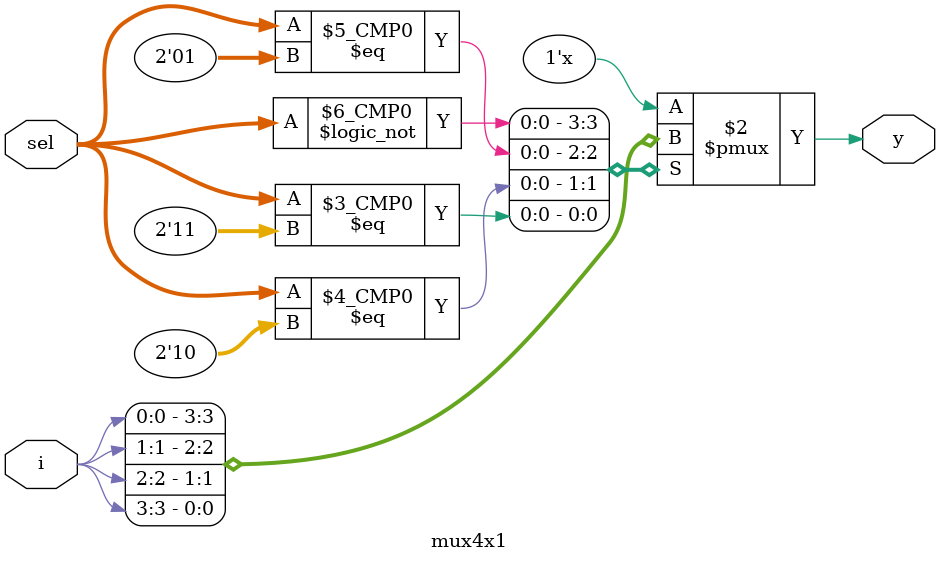
<source format=v>
module mux4x1 (
    input [3:0] i,     
    input [1:0] sel,    
    output reg y        
);
    always @(*) begin
        case (sel)
            2'b00: y = i[0];
            2'b01: y = i[1];
            2'b10: y = i[2];
            2'b11: y = i[3];
            default: y = 1'b0;
        endcase
    end
endmodule

</source>
